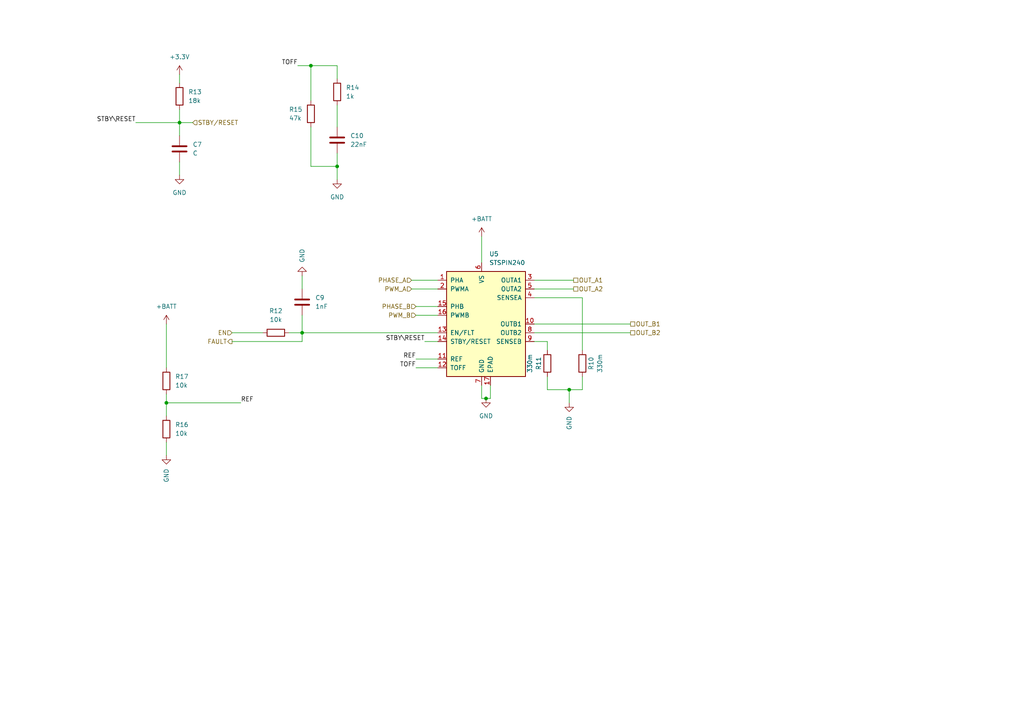
<source format=kicad_sch>
(kicad_sch (version 20230121) (generator eeschema)
  (paper "A4")
  (lib_symbols
    (symbol "Device:C" (pin_numbers hide) (pin_names (offset 0.254))
      (property "Reference" "C" (at 0.635 2.54 0))
      (property "Value" "C" (at 0.635 -2.54 0))
      (symbol "C_0_1"
        (polyline (pts (xy -2.032 -0.762) (xy 2.032 -0.762)) (stroke (width 0.508)))
        (polyline (pts (xy -2.032 0.762) (xy 2.032 0.762)) (stroke (width 0.508)))
      )
      (symbol "C_1_1"
        (pin passive line (at 0 3.81 270) (length 2.794) (name "~") (number "1"))
        (pin passive line (at 0 -3.81 90) (length 2.794) (name "~") (number "2"))
      )
    )
    (symbol "Device:R" (pin_numbers hide) (pin_names (offset 0))
      (property "Reference" "R" (at 2.032 0 90))
      (property "Value" "R" (at 0 0 90))
      (symbol "R_0_1"
        (rectangle (start -1.016 -2.54) (end 1.016 2.54) (stroke (width 0.254)))
      )
      (symbol "R_1_1"
        (pin passive line (at 0 3.81 270) (length 1.27) (name "~") (number "1"))
        (pin passive line (at 0 -3.81 90) (length 1.27) (name "~") (number "2"))
      )
    )
    (symbol "Driver_Motor:STSPIN240" (pin_names (offset 1.016))
      (property "Reference" "U" (at -10.16 16.51 0))
      (property "Value" "STSPIN240" (at 5.08 16.51 0))
      (symbol "STSPIN240_0_1"
        (rectangle (start -10.16 15.24) (end 12.7 -15.24) (stroke (width 0.254)) (fill (type background)))
      )
      (symbol "STSPIN240_1_1"
        (pin input line (at -12.7 12.7 0) (length 2.54) (name "PHA") (number "1"))
        (pin power_out line (at 15.24 0 180) (length 2.54) (name "OUTB1") (number "10"))
        (pin input line (at -12.7 -10.16 0) (length 2.54) (name "REF") (number "11"))
        (pin input line (at -12.7 -12.7 0) (length 2.54) (name "TOFF") (number "12"))
        (pin bidirectional line (at -12.7 -2.54 0) (length 2.54) (name "EN/FLT") (number "13"))
        (pin input line (at -12.7 -5.08 0) (length 2.54) (name "STBY/RESET") (number "14"))
        (pin input line (at -12.7 5.08 0) (length 2.54) (name "PHB") (number "15"))
        (pin input line (at -12.7 2.54 0) (length 2.54) (name "PWMB") (number "16"))
        (pin power_in line (at 2.54 -17.78 90) (length 2.54) (name "EPAD") (number "17"))
        (pin input line (at -12.7 10.16 0) (length 2.54) (name "PWMA") (number "2"))
        (pin power_out line (at 15.24 12.7 180) (length 2.54) (name "OUTA1") (number "3"))
        (pin power_out line (at 15.24 7.62 180) (length 2.54) (name "SENSEA") (number "4"))
        (pin power_out line (at 15.24 10.16 180) (length 2.54) (name "OUTA2") (number "5"))
        (pin power_in line (at 0 17.78 270) (length 2.54) (name "VS") (number "6"))
        (pin power_in line (at 0 -17.78 90) (length 2.54) (name "GND") (number "7"))
        (pin power_out line (at 15.24 -2.54 180) (length 2.54) (name "OUTB2") (number "8"))
        (pin power_out line (at 15.24 -5.08 180) (length 2.54) (name "SENSEB") (number "9"))
      )
    )
    (symbol "power:+3.3V" (power) (pin_names (offset 0))
      (property "Value" "+3.3V" (at 0 3.556 0))
      (symbol "+3.3V_0_1"
        (polyline (pts (xy -0.762 1.27) (xy 0 2.54)))
        (polyline (pts (xy 0 0) (xy 0 2.54)))
        (polyline (pts (xy 0 2.54) (xy 0.762 1.27)))
      )
      (symbol "+3.3V_1_1"
        (pin power_in line (at 0 0 90) (length 0) hide (name "+3.3V") (number "1"))
      )
    )
    (symbol "power:+BATT" (power) (pin_names (offset 0))
      (property "Value" "+BATT" (at 0 3.556 0))
      (symbol "+BATT_0_1"
        (polyline (pts (xy -0.762 1.27) (xy 0 2.54)))
        (polyline (pts (xy 0 0) (xy 0 2.54)))
        (polyline (pts (xy 0 2.54) (xy 0.762 1.27)))
      )
      (symbol "+BATT_1_1"
        (pin power_in line (at 0 0 90) (length 0) hide (name "+BATT") (number "1"))
      )
    )
    (symbol "power:GND" (power) (pin_names (offset 0))
      (property "Value" "GND" (at 0 -3.81 0))
      (symbol "GND_0_1"
        (polyline (pts (xy 0 0) (xy 0 -1.27) (xy 1.27 -1.27) (xy 0 -2.54) (xy -1.27 -1.27) (xy 0 -1.27)))
      )
      (symbol "GND_1_1"
        (pin power_in line (at 0 0 270) (length 0) hide (name "GND") (number "1"))
      )
    )
  )
  (junction (at 97.79 48.26))
  (junction (at 165.1 113.03))
  (junction (at 87.63 96.52))
  (junction (at 140.97 115.57))
  (junction (at 48.26 116.84))
  (junction (at 90.17 19.05))
  (junction (at 52.07 35.56))
  (wire (pts (xy 120.65 91.44) (xy 127 91.44)))
  (wire (pts (xy 165.1 113.03) (xy 165.1 116.84)))
  (wire (pts (xy 86.36 19.05) (xy 90.17 19.05)))
  (wire (pts (xy 52.07 35.56) (xy 52.07 39.37)))
  (wire (pts (xy 67.31 96.52) (xy 76.2 96.52)))
  (wire (pts (xy 97.79 30.48) (xy 97.79 36.83)))
  (wire (pts (xy 67.31 99.06) (xy 87.63 99.06)))
  (wire (pts (xy 87.63 83.82) (xy 87.63 80.01)))
  (wire (pts (xy 97.79 48.26) (xy 97.79 52.07)))
  (wire (pts (xy 119.38 83.82) (xy 127 83.82)))
  (wire (pts (xy 168.91 101.6) (xy 168.91 86.36)))
  (wire (pts (xy 90.17 36.83) (xy 90.17 48.26)))
  (wire (pts (xy 139.7 115.57) (xy 140.97 115.57)))
  (wire (pts (xy 52.07 31.75) (xy 52.07 35.56)))
  (wire (pts (xy 158.75 113.03) (xy 158.75 109.22)))
  (wire (pts (xy 52.07 46.99) (xy 52.07 50.8)))
  (wire (pts (xy 87.63 96.52) (xy 87.63 91.44)))
  (wire (pts (xy 120.65 88.9) (xy 127 88.9)))
  (wire (pts (xy 119.38 81.28) (xy 127 81.28)))
  (wire (pts (xy 48.26 93.98) (xy 48.26 106.68)))
  (wire (pts (xy 154.94 81.28) (xy 166.37 81.28)))
  (wire (pts (xy 90.17 48.26) (xy 97.79 48.26)))
  (wire (pts (xy 39.37 35.56) (xy 52.07 35.56)))
  (wire (pts (xy 90.17 19.05) (xy 90.17 29.21)))
  (wire (pts (xy 97.79 44.45) (xy 97.79 48.26)))
  (wire (pts (xy 168.91 109.22) (xy 168.91 113.03)))
  (wire (pts (xy 158.75 99.06) (xy 154.94 99.06)))
  (wire (pts (xy 165.1 113.03) (xy 158.75 113.03)))
  (wire (pts (xy 154.94 96.52) (xy 182.88 96.52)))
  (wire (pts (xy 142.24 115.57) (xy 140.97 115.57)))
  (wire (pts (xy 48.26 114.3) (xy 48.26 116.84)))
  (wire (pts (xy 168.91 113.03) (xy 165.1 113.03)))
  (wire (pts (xy 168.91 86.36) (xy 154.94 86.36)))
  (wire (pts (xy 87.63 96.52) (xy 127 96.52)))
  (wire (pts (xy 52.07 35.56) (xy 55.88 35.56)))
  (wire (pts (xy 87.63 99.06) (xy 87.63 96.52)))
  (wire (pts (xy 120.65 104.14) (xy 127 104.14)))
  (wire (pts (xy 48.26 116.84) (xy 48.26 120.65)))
  (wire (pts (xy 123.19 99.06) (xy 127 99.06)))
  (wire (pts (xy 52.07 21.59) (xy 52.07 24.13)))
  (wire (pts (xy 154.94 83.82) (xy 166.37 83.82)))
  (wire (pts (xy 48.26 116.84) (xy 69.85 116.84)))
  (wire (pts (xy 142.24 111.76) (xy 142.24 115.57)))
  (wire (pts (xy 90.17 19.05) (xy 97.79 19.05)))
  (wire (pts (xy 158.75 101.6) (xy 158.75 99.06)))
  (wire (pts (xy 97.79 19.05) (xy 97.79 22.86)))
  (wire (pts (xy 120.65 106.68) (xy 127 106.68)))
  (wire (pts (xy 87.63 96.52) (xy 83.82 96.52)))
  (wire (pts (xy 48.26 132.08) (xy 48.26 128.27)))
  (wire (pts (xy 139.7 68.58) (xy 139.7 76.2)))
  (wire (pts (xy 139.7 111.76) (xy 139.7 115.57)))
  (wire (pts (xy 154.94 93.98) (xy 182.88 93.98)))
  (label "STBY\\RESET" (at 123.19 99.06 180))
  (label "REF" (at 69.85 116.84 0))
  (label "TOFF" (at 86.36 19.05 180))
  (label "TOFF" (at 120.65 106.68 180))
  (label "STBY\\RESET" (at 39.37 35.56 180))
  (label "REF" (at 120.65 104.14 180))
  (hierarchical_label "PHASE_A" (shape input) (at 119.38 81.28 180))
  (hierarchical_label "OUT_A2" (shape passive) (at 166.37 83.82 0))
  (hierarchical_label "PWM_A" (shape input) (at 119.38 83.82 180))
  (hierarchical_label "FAULT" (shape output) (at 67.31 99.06 180))
  (hierarchical_label "PHASE_B" (shape input) (at 120.65 88.9 180))
  (hierarchical_label "PWM_B" (shape input) (at 120.65 91.44 180))
  (hierarchical_label "OUT_B2" (shape passive) (at 182.88 96.52 0))
  (hierarchical_label "OUT_A1" (shape passive) (at 166.37 81.28 0))
  (hierarchical_label "OUT_B1" (shape passive) (at 182.88 93.98 0))
  (hierarchical_label "STBY{slash}RESET" (shape input) (at 55.88 35.56 0))
  (hierarchical_label "EN" (shape input) (at 67.31 96.52 180))
  (symbol (lib_id "Device:R") (at 168.91 105.41 0) (unit 1)
    (property "Reference" "R10" (at 171.45 105.41 90))
    (property "Value" "330m" (at 173.99 105.41 90))
    (property "Footprint" "Resistor_SMD:R_2512_6332Metric" (effects hide))
  )
  (symbol (lib_id "Device:R") (at 48.26 110.49 180) (unit 1)
    (property "Reference" "R17" (at 50.8 109.22 0) (effects (justify right)))
    (property "Value" "10k" (at 50.8 111.76 0) (effects (justify right)))
    (property "Footprint" "Resistor_SMD:R_0603_1608Metric" (effects hide))
  )
  (symbol (lib_id "power:GND") (at 52.07 50.8 0) (unit 1)
    (property "Reference" "#PWR018" (effects hide))
    (property "Value" "GND" (at 52.07 55.88 0))
  )
  (symbol (lib_id "Device:R") (at 97.79 26.67 0) (unit 1)
    (property "Reference" "R14" (at 100.33 25.4 0) (effects (justify left)))
    (property "Value" "1k" (at 100.33 27.94 0) (effects (justify left)))
    (property "Footprint" "Resistor_SMD:R_0603_1608Metric" (effects hide))
  )
  (symbol (lib_id "power:+BATT") (at 48.26 93.98 0) (unit 1)
    (property "Reference" "#PWR024" (effects hide))
    (property "Value" "+BATT" (at 48.26 88.9 0))
  )
  (symbol (lib_id "power:GND") (at 97.79 52.07 0) (unit 1)
    (property "Reference" "#PWR019" (effects hide))
    (property "Value" "GND" (at 97.79 57.15 0))
  )
  (symbol (lib_id "Device:R") (at 90.17 33.02 0) (unit 1)
    (property "Reference" "R15" (at 83.82 31.75 0) (effects (justify left)))
    (property "Value" "47k" (at 83.82 34.29 0) (effects (justify left)))
    (property "Footprint" "Resistor_SMD:R_0603_1608Metric" (effects hide))
  )
  (symbol (lib_id "power:+BATT") (at 139.7 68.58 0) (unit 1)
    (property "Reference" "#PWR09" (effects hide))
    (property "Value" "+BATT" (at 139.7 63.5 0))
  )
  (symbol (lib_id "Device:R") (at 48.26 124.46 180) (unit 1)
    (property "Reference" "R16" (at 50.8 123.19 0) (effects (justify right)))
    (property "Value" "10k" (at 50.8 125.73 0) (effects (justify right)))
    (property "Footprint" "Resistor_SMD:R_0603_1608Metric" (effects hide))
  )
  (symbol (lib_id "Driver_Motor:STSPIN240") (at 139.7 93.98 0) (unit 1)
    (property "Reference" "U5" (at 141.8941 73.66 0) (effects (justify left)))
    (property "Value" "STSPIN240" (at 141.8941 76.2 0) (effects (justify left)))
    (property "Footprint" "Package_DFN_QFN:VQFN-16-1EP_3x3mm_P0.5mm_EP1.8x1.8mm" (effects hide))
    (property "Datasheet" "www.st.com/resource/en/datasheet/stspin240.pdf" (effects hide))
  )
  (symbol (lib_id "Device:R") (at 52.07 27.94 0) (unit 1)
    (property "Reference" "R13" (at 54.61 26.67 0) (effects (justify left)))
    (property "Value" "18k" (at 54.61 29.21 0) (effects (justify left)))
    (property "Footprint" "Resistor_SMD:R_0603_1608Metric" (effects hide))
  )
  (symbol (lib_id "power:GND") (at 165.1 116.84 0) (unit 1)
    (property "Reference" "#PWR014" (effects hide))
    (property "Value" "GND" (at 165.1 120.65 90) (effects (justify right)))
  )
  (symbol (lib_id "Device:C") (at 87.63 87.63 180) (unit 1)
    (property "Reference" "C9" (at 91.44 86.36 0) (effects (justify right)))
    (property "Value" "1nF" (at 91.44 88.9 0) (effects (justify right)))
    (property "Footprint" "Capacitor_SMD:C_0603_1608Metric" (effects hide))
  )
  (symbol (lib_id "Device:C") (at 97.79 40.64 0) (unit 1)
    (property "Reference" "C10" (at 101.6 39.37 0) (effects (justify left)))
    (property "Value" "22nF" (at 101.6 41.91 0) (effects (justify left)))
    (property "Footprint" "Capacitor_SMD:C_0603_1608Metric" (effects hide))
  )
  (symbol (lib_id "Device:C") (at 52.07 43.18 0) (unit 1)
    (property "Reference" "C7" (at 55.88 41.91 0) (effects (justify left)))
    (property "Value" "C" (at 55.88 44.45 0) (effects (justify left)))
    (property "Footprint" "Capacitor_SMD:C_0603_1608Metric" (effects hide))
  )
  (symbol (lib_id "power:GND") (at 87.63 80.01 180) (unit 1)
    (property "Reference" "#PWR015" (effects hide))
    (property "Value" "GND" (at 87.63 76.2 90) (effects (justify right)))
  )
  (symbol (lib_id "Device:R") (at 80.01 96.52 90) (unit 1)
    (property "Reference" "R12" (at 80.01 90.17 90))
    (property "Value" "10k" (at 80.01 92.71 90))
    (property "Footprint" "Resistor_SMD:R_0603_1608Metric" (effects hide))
  )
  (symbol (lib_id "Device:R") (at 158.75 105.41 0) (unit 1)
    (property "Reference" "R11" (at 156.21 105.41 90))
    (property "Value" "330m" (at 153.67 105.41 90))
    (property "Footprint" "Resistor_SMD:R_2512_6332Metric" (effects hide))
  )
  (symbol (lib_id "power:GND") (at 140.97 115.57 0) (unit 1)
    (property "Reference" "#PWR020" (effects hide))
    (property "Value" "GND" (at 140.97 120.65 0))
  )
  (symbol (lib_id "power:GND") (at 48.26 132.08 0) (unit 1)
    (property "Reference" "#PWR016" (effects hide))
    (property "Value" "GND" (at 48.26 135.89 90) (effects (justify right)))
  )
  (symbol (lib_id "power:+3.3V") (at 52.07 21.59 0) (unit 1)
    (property "Reference" "#PWR013" (effects hide))
    (property "Value" "+3.3V" (at 52.07 16.51 0))
  )
)
</source>
